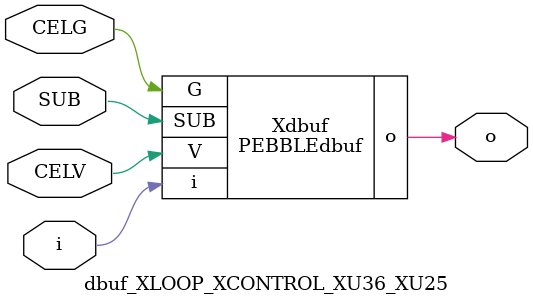
<source format=v>



module PEBBLEdbuf ( o, G, SUB, V, i );

  input V;
  input i;
  input G;
  output o;
  input SUB;
endmodule

//Celera Confidential Do Not Copy dbuf_XLOOP_XCONTROL_XU36_XU25
//Celera Confidential Symbol Generator
//Digital Buffer
module dbuf_XLOOP_XCONTROL_XU36_XU25 (CELV,CELG,i,o,SUB);
input CELV;
input CELG;
input i;
input SUB;
output o;

//Celera Confidential Do Not Copy dbuf
PEBBLEdbuf Xdbuf(
.V (CELV),
.i (i),
.o (o),
.SUB (SUB),
.G (CELG)
);
//,diesize,PEBBLEdbuf

//Celera Confidential Do Not Copy Module End
//Celera Schematic Generator
endmodule

</source>
